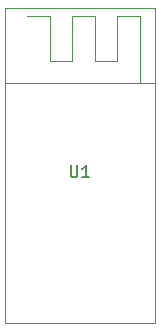
<source format=gbr>
G04 #@! TF.GenerationSoftware,KiCad,Pcbnew,(5.1.5)-3*
G04 #@! TF.CreationDate,2021-06-10T12:01:20+03:00*
G04 #@! TF.ProjectId,CNC3018Bluetooth,434e4333-3031-4384-926c-7565746f6f74,rev?*
G04 #@! TF.SameCoordinates,Original*
G04 #@! TF.FileFunction,Legend,Top*
G04 #@! TF.FilePolarity,Positive*
%FSLAX46Y46*%
G04 Gerber Fmt 4.6, Leading zero omitted, Abs format (unit mm)*
G04 Created by KiCad (PCBNEW (5.1.5)-3) date 2021-06-10 12:01:20*
%MOMM*%
%LPD*%
G04 APERTURE LIST*
%ADD10C,0.120000*%
%ADD11C,0.150000*%
G04 APERTURE END LIST*
D10*
X133869000Y-92008001D02*
X131964000Y-92008001D01*
X133869000Y-95818001D02*
X133869000Y-92008001D01*
X135774000Y-95818001D02*
X133869000Y-95818001D01*
X135774000Y-92008001D02*
X135774000Y-95818001D01*
X137679000Y-92008001D02*
X135774000Y-92008001D01*
X137679000Y-95818001D02*
X137679000Y-92008001D01*
X139584000Y-95818001D02*
X137679000Y-95818001D01*
X139584000Y-92008001D02*
X139584000Y-95818001D01*
X141489000Y-92008001D02*
X139584000Y-92008001D01*
X141489000Y-97723001D02*
X141489000Y-92008001D01*
X130059000Y-97723001D02*
X142759000Y-97723001D01*
X130059000Y-118043001D02*
X130059000Y-91373001D01*
X142759000Y-118043001D02*
X130059000Y-118043001D01*
X142759000Y-91373001D02*
X142759000Y-118043001D01*
X130059000Y-91373001D02*
X142759000Y-91373001D01*
D11*
X135647095Y-104660381D02*
X135647095Y-105469905D01*
X135694714Y-105565143D01*
X135742333Y-105612762D01*
X135837571Y-105660381D01*
X136028047Y-105660381D01*
X136123285Y-105612762D01*
X136170904Y-105565143D01*
X136218523Y-105469905D01*
X136218523Y-104660381D01*
X137218523Y-105660381D02*
X136647095Y-105660381D01*
X136932809Y-105660381D02*
X136932809Y-104660381D01*
X136837571Y-104803239D01*
X136742333Y-104898477D01*
X136647095Y-104946096D01*
M02*

</source>
